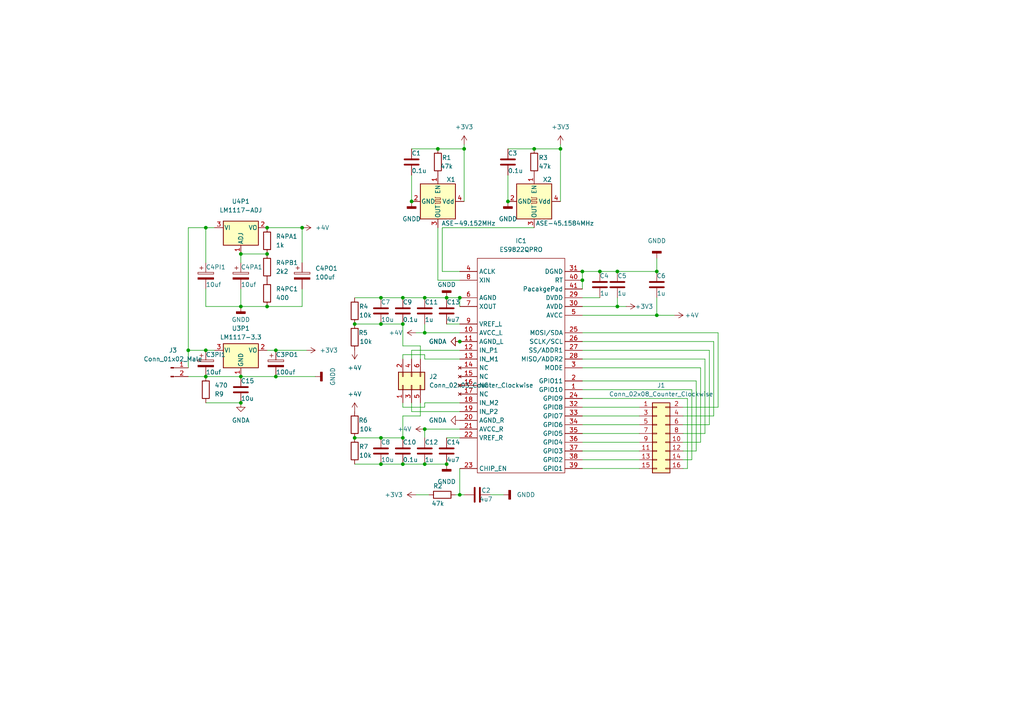
<source format=kicad_sch>
(kicad_sch (version 20211123) (generator eeschema)
  (paper "A4")
  (title_block (title "ES9822QPRO测试用板5") (date "2022-02-26") (comment 1 "引用自芯片datasheet") (comment 2 "全数字引脚引出") (comment 3 "左右输入带REF电压") (comment 4 "需要自定MODE"))
  (lib_symbols
    (symbol "Connector:Conn_01x02_Male" (pin_names (offset 1.016) hide)
      (property "Reference" "J" (at 0 2.54 0))
      (property "Value" "Conn_01x02_Male" (at 0 -5.08 0))
      (symbol "Conn_01x02_Male_1_1"
        (polyline (pts (xy 1.27 -2.54) (xy 0.8636 -2.54)) (stroke (width 0.1524)))
        (polyline (pts (xy 1.27 0) (xy 0.8636 0)) (stroke (width 0.1524)))
        (rectangle (start 0.8636 -2.413) (end 0 -2.667) (stroke (width 0.1524)) (fill (type outline)))
        (rectangle (start 0.8636 0.127) (end 0 -0.127) (stroke (width 0.1524)) (fill (type outline)))
        (pin passive line (at 5.08 0 180) (length 3.81) (name "Pin_1") (number "1"))
        (pin passive line (at 5.08 -2.54 180) (length 3.81) (name "Pin_2") (number "2"))
      )
    )
    (symbol "Connector_Generic:Conn_02x03_Odd_Even" (pin_names (offset 1.016) hide)
      (property "Reference" "J" (at 1.27 5.08 0))
      (property "Value" "Conn_02x03_Odd_Even" (at 1.27 -5.08 0))
      (symbol "Conn_02x03_Odd_Even_1_1"
        (rectangle (start -1.27 -2.413) (end 0 -2.667) (stroke (width 0.1524)))
        (rectangle (start -1.27 0.127) (end 0 -0.127) (stroke (width 0.1524)))
        (rectangle (start -1.27 2.667) (end 0 2.413) (stroke (width 0.1524)))
        (rectangle (start -1.27 3.81) (end 3.81 -3.81) (stroke (width 0.254)) (fill (type background)))
        (rectangle (start 3.81 -2.413) (end 2.54 -2.667) (stroke (width 0.1524)))
        (rectangle (start 3.81 0.127) (end 2.54 -0.127) (stroke (width 0.1524)))
        (rectangle (start 3.81 2.667) (end 2.54 2.413) (stroke (width 0.1524)))
        (pin passive line (at -5.08 2.54 0) (length 3.81) (name "Pin_1") (number "1"))
        (pin passive line (at 7.62 2.54 180) (length 3.81) (name "Pin_2") (number "2"))
        (pin passive line (at -5.08 0 0) (length 3.81) (name "Pin_3") (number "3"))
        (pin passive line (at 7.62 0 180) (length 3.81) (name "Pin_4") (number "4"))
        (pin passive line (at -5.08 -2.54 0) (length 3.81) (name "Pin_5") (number "5"))
        (pin passive line (at 7.62 -2.54 180) (length 3.81) (name "Pin_6") (number "6"))
      )
    )
    (symbol "Connector_Generic:Conn_02x08_Odd_Even" (pin_names (offset 1.016) hide)
      (property "Reference" "J" (at 1.27 10.16 0))
      (property "Value" "Conn_02x08_Odd_Even" (at 1.27 -12.7 0))
      (symbol "Conn_02x08_Odd_Even_1_1"
        (rectangle (start -1.27 -10.033) (end 0 -10.287) (stroke (width 0.1524)))
        (rectangle (start -1.27 -7.493) (end 0 -7.747) (stroke (width 0.1524)))
        (rectangle (start -1.27 -4.953) (end 0 -5.207) (stroke (width 0.1524)))
        (rectangle (start -1.27 -2.413) (end 0 -2.667) (stroke (width 0.1524)))
        (rectangle (start -1.27 0.127) (end 0 -0.127) (stroke (width 0.1524)))
        (rectangle (start -1.27 2.667) (end 0 2.413) (stroke (width 0.1524)))
        (rectangle (start -1.27 5.207) (end 0 4.953) (stroke (width 0.1524)))
        (rectangle (start -1.27 7.747) (end 0 7.493) (stroke (width 0.1524)))
        (rectangle (start -1.27 8.89) (end 3.81 -11.43) (stroke (width 0.254)) (fill (type background)))
        (rectangle (start 3.81 -10.033) (end 2.54 -10.287) (stroke (width 0.1524)))
        (rectangle (start 3.81 -7.493) (end 2.54 -7.747) (stroke (width 0.1524)))
        (rectangle (start 3.81 -4.953) (end 2.54 -5.207) (stroke (width 0.1524)))
        (rectangle (start 3.81 -2.413) (end 2.54 -2.667) (stroke (width 0.1524)))
        (rectangle (start 3.81 0.127) (end 2.54 -0.127) (stroke (width 0.1524)))
        (rectangle (start 3.81 2.667) (end 2.54 2.413) (stroke (width 0.1524)))
        (rectangle (start 3.81 5.207) (end 2.54 4.953) (stroke (width 0.1524)))
        (rectangle (start 3.81 7.747) (end 2.54 7.493) (stroke (width 0.1524)))
        (pin passive line (at -5.08 7.62 0) (length 3.81) (name "Pin_1") (number "1"))
        (pin passive line (at 7.62 -2.54 180) (length 3.81) (name "Pin_10") (number "10"))
        (pin passive line (at -5.08 -5.08 0) (length 3.81) (name "Pin_11") (number "11"))
        (pin passive line (at 7.62 -5.08 180) (length 3.81) (name "Pin_12") (number "12"))
        (pin passive line (at -5.08 -7.62 0) (length 3.81) (name "Pin_13") (number "13"))
        (pin passive line (at 7.62 -7.62 180) (length 3.81) (name "Pin_14") (number "14"))
        (pin passive line (at -5.08 -10.16 0) (length 3.81) (name "Pin_15") (number "15"))
        (pin passive line (at 7.62 -10.16 180) (length 3.81) (name "Pin_16") (number "16"))
        (pin passive line (at 7.62 7.62 180) (length 3.81) (name "Pin_2") (number "2"))
        (pin passive line (at -5.08 5.08 0) (length 3.81) (name "Pin_3") (number "3"))
        (pin passive line (at 7.62 5.08 180) (length 3.81) (name "Pin_4") (number "4"))
        (pin passive line (at -5.08 2.54 0) (length 3.81) (name "Pin_5") (number "5"))
        (pin passive line (at 7.62 2.54 180) (length 3.81) (name "Pin_6") (number "6"))
        (pin passive line (at -5.08 0 0) (length 3.81) (name "Pin_7") (number "7"))
        (pin passive line (at 7.62 0 180) (length 3.81) (name "Pin_8") (number "8"))
        (pin passive line (at -5.08 -2.54 0) (length 3.81) (name "Pin_9") (number "9"))
      )
    )
    (symbol "Device:C" (pin_numbers hide) (pin_names (offset 0.254))
      (property "Reference" "C" (at 0.635 2.54 0))
      (property "Value" "C" (at 0.635 -2.54 0))
      (symbol "C_0_1"
        (polyline (pts (xy -2.032 -0.762) (xy 2.032 -0.762)) (stroke (width 0.508)))
        (polyline (pts (xy -2.032 0.762) (xy 2.032 0.762)) (stroke (width 0.508)))
      )
      (symbol "C_1_1"
        (pin passive line (at 0 3.81 270) (length 2.794) (name "~") (number "1"))
        (pin passive line (at 0 -3.81 90) (length 2.794) (name "~") (number "2"))
      )
    )
    (symbol "Device:C_Polarized" (pin_numbers hide) (pin_names (offset 0.254))
      (property "Reference" "C" (at 0.635 2.54 0))
      (property "Value" "C_Polarized" (at 0.635 -2.54 0))
      (symbol "C_Polarized_0_1"
        (rectangle (start -2.286 0.508) (end 2.286 1.016))
        (polyline (pts (xy -1.778 2.286) (xy -0.762 2.286)))
        (polyline (pts (xy -1.27 2.794) (xy -1.27 1.778)))
        (rectangle (start 2.286 -0.508) (end -2.286 -1.016) (fill (type outline)))
      )
      (symbol "C_Polarized_1_1"
        (pin passive line (at 0 3.81 270) (length 2.794) (name "~") (number "1"))
        (pin passive line (at 0 -3.81 90) (length 2.794) (name "~") (number "2"))
      )
    )
    (symbol "Device:R" (pin_numbers hide) (pin_names (offset 0))
      (property "Reference" "R" (at 2.032 0 90))
      (property "Value" "R" (at 0 0 90))
      (symbol "R_0_1"
        (rectangle (start -1.016 -2.54) (end 1.016 2.54) (stroke (width 0.254)))
      )
      (symbol "R_1_1"
        (pin passive line (at 0 3.81 270) (length 1.27) (name "~") (number "1"))
        (pin passive line (at 0 -3.81 90) (length 1.27) (name "~") (number "2"))
      )
    )
    (symbol "ESS_tech:ES9822QPRO"
      (property "Reference" "IC" (at -11.43 33.02 0))
      (property "Value" "ES9822QPRO" (at 6.35 33.02 0))
      (symbol "ES9822QPRO_0_0"
        (pin input line (at -17.78 -10.16 0) (length 5.08) (name "IN_M2") (number "18"))
        (pin input line (at -17.78 -12.7 0) (length 5.08) (name "IN_P2") (number "19"))
        (pin power_out line (at -17.78 -15.24 0) (length 5.08) (name "AGND_R") (number "20"))
        (pin power_out line (at -17.78 -17.78 0) (length 5.08) (name "AVCC_R") (number "21"))
        (pin power_out line (at -17.78 -20.32 0) (length 5.08) (name "VREF_R") (number "22"))
        (pin input line (at -17.78 -29.21 0) (length 5.08) (name "CHIP_EN") (number "23"))
        (pin unspecified line (at 17.78 -8.89 180) (length 5.08) (name "GPIO9") (number "24"))
        (pin unspecified line (at 17.78 10.16 180) (length 5.08) (name "MOSI/SDA") (number "25"))
        (pin unspecified line (at 17.78 7.62 180) (length 5.08) (name "SCLK/SCL") (number "26"))
        (pin unspecified line (at 17.78 5.08 180) (length 5.08) (name "SS/ADDR1") (number "27"))
        (pin unspecified line (at 17.78 2.54 180) (length 5.08) (name "MISO/ADDR2") (number "28"))
        (pin power_in line (at 17.78 20.32 180) (length 5.08) (name "DVDD") (number "29"))
        (pin power_in line (at 17.78 17.78 180) (length 5.08) (name "AVDD") (number "30"))
        (pin power_out line (at 17.78 27.94 180) (length 5.08) (name "DGND") (number "31"))
        (pin unspecified line (at 17.78 -11.43 180) (length 5.08) (name "GPIO8") (number "32"))
        (pin unspecified line (at 17.78 -13.97 180) (length 5.08) (name "GPIO7") (number "33"))
        (pin unspecified line (at 17.78 -16.51 180) (length 5.08) (name "GPIO6") (number "34"))
        (pin unspecified line (at 17.78 -19.05 180) (length 5.08) (name "GPIO5") (number "35"))
        (pin unspecified line (at 17.78 -21.59 180) (length 5.08) (name "GPIO4") (number "36"))
        (pin unspecified line (at 17.78 -24.13 180) (length 5.08) (name "GPIO3") (number "37"))
        (pin unspecified line (at 17.78 -26.67 180) (length 5.08) (name "GPIO2") (number "38"))
        (pin unspecified line (at 17.78 -29.21 180) (length 5.08) (name "GPIO1") (number "39"))
        (pin power_out line (at 17.78 25.4 180) (length 5.08) (name "RT") (number "40"))
        (pin power_out line (at 17.78 22.86 180) (length 5.08) (name "PacakgePad") (number "41"))
      )
      (symbol "ES9822QPRO_0_1"
        (rectangle (start -12.7 31.75) (end 12.7 -30.48))
      )
      (symbol "ES9822QPRO_1_1"
        (pin unspecified line (at 17.78 -6.35 180) (length 5.08) (name "GPIO10") (number "1"))
        (pin power_in line (at -17.78 10.16 0) (length 5.08) (name "AVCC_L") (number "10"))
        (pin power_out line (at -17.78 7.62 0) (length 5.08) (name "AGND_L") (number "11"))
        (pin input line (at -17.78 5.08 0) (length 5.08) (name "IN_P1") (number "12"))
        (pin input line (at -17.78 2.54 0) (length 5.08) (name "IN_M1") (number "13"))
        (pin no_connect line (at -17.78 0 0) (length 5.08) (name "NC") (number "14"))
        (pin no_connect line (at -17.78 -2.54 0) (length 5.08) (name "NC") (number "15"))
        (pin no_connect line (at -17.78 -5.08 0) (length 5.08) (name "NC") (number "16"))
        (pin no_connect line (at -17.78 -7.62 0) (length 5.08) (name "NC") (number "17"))
        (pin unspecified line (at 17.78 -3.81 180) (length 5.08) (name "GPIO11") (number "2"))
        (pin input line (at 17.78 0 180) (length 5.08) (name "MODE") (number "3"))
        (pin input line (at -17.78 27.94 0) (length 5.08) (name "ACLK") (number "4"))
        (pin power_in line (at 17.78 15.24 180) (length 5.08) (name "AVCC") (number "5"))
        (pin power_out line (at -17.78 20.32 0) (length 5.08) (name "AGND") (number "6"))
        (pin output line (at -17.78 17.78 0) (length 5.08) (name "XOUT") (number "7"))
        (pin input line (at -17.78 25.4 0) (length 5.08) (name "XIN") (number "8"))
        (pin power_in line (at -17.78 12.7 0) (length 5.08) (name "VREF_L") (number "9"))
      )
    )
    (symbol "Oscillator:ASE-xxxMHz" (pin_names (offset 0.254))
      (property "Reference" "X" (at -5.08 6.35 0))
      (property "Value" "ASE-xxxMHz" (at 1.27 -6.35 0))
      (symbol "ASE-xxxMHz_0_1"
        (rectangle (start -5.08 5.08) (end 5.08 -5.08) (stroke (width 0.254)) (fill (type background)))
        (polyline (pts (xy -1.27 -0.762) (xy -1.016 -0.762) (xy -1.016 0.762) (xy -0.508 0.762) (xy -0.508 -0.762) (xy 0 -0.762) (xy 0 0.762) (xy 0.508 0.762) (xy 0.508 -0.762) (xy 0.762 -0.762)))
      )
      (symbol "ASE-xxxMHz_1_1"
        (pin input line (at -7.62 0 0) (length 2.54) (name "EN") (number "1"))
        (pin power_in line (at 0 -7.62 90) (length 2.54) (name "GND") (number "2"))
        (pin output line (at 7.62 0 180) (length 2.54) (name "OUT") (number "3"))
        (pin power_in line (at 0 7.62 270) (length 2.54) (name "Vdd") (number "4"))
      )
    )
    (symbol "Regulator_Linear:LM1117-3.3" (pin_names (offset 0.254))
      (property "Reference" "U" (at -3.81 3.175 0))
      (property "Value" "LM1117-3.3" (at 0 3.175 0))
      (symbol "LM1117-3.3_0_1"
        (rectangle (start -5.08 -5.08) (end 5.08 1.905) (stroke (width 0.254)) (fill (type background)))
      )
      (symbol "LM1117-3.3_1_1"
        (pin power_in line (at 0 -7.62 90) (length 2.54) (name "GND") (number "1"))
        (pin power_out line (at 7.62 0 180) (length 2.54) (name "VO") (number "2"))
        (pin power_in line (at -7.62 0 0) (length 2.54) (name "VI") (number "3"))
      )
    )
    (symbol "Regulator_Linear:LM1117-ADJ" (pin_names (offset 0.254))
      (property "Reference" "U" (at -3.81 3.175 0))
      (property "Value" "LM1117-ADJ" (at 0 3.175 0))
      (symbol "LM1117-ADJ_0_1"
        (rectangle (start -5.08 -5.08) (end 5.08 1.905) (stroke (width 0.254)) (fill (type background)))
      )
      (symbol "LM1117-ADJ_1_1"
        (pin input line (at 0 -7.62 90) (length 2.54) (name "ADJ") (number "1"))
        (pin power_out line (at 7.62 0 180) (length 2.54) (name "VO") (number "2"))
        (pin power_in line (at -7.62 0 0) (length 2.54) (name "VI") (number "3"))
      )
    )
    (symbol "power:+3V3" (power) (pin_names (offset 0))
      (property "Value" "+3V3" (at 0 3.556 0))
      (symbol "+3V3_0_1"
        (polyline (pts (xy -0.762 1.27) (xy 0 2.54)))
        (polyline (pts (xy 0 0) (xy 0 2.54)))
        (polyline (pts (xy 0 2.54) (xy 0.762 1.27)))
      )
      (symbol "+3V3_1_1"
        (pin power_in line (at 0 0 90) (length 0) hide (name "+3V3") (number "1"))
      )
    )
    (symbol "power:+4V" (power) (pin_names (offset 0))
      (property "Value" "+4V" (at 0 3.556 0))
      (symbol "+4V_0_1"
        (polyline (pts (xy -0.762 1.27) (xy 0 2.54)))
        (polyline (pts (xy 0 0) (xy 0 2.54)))
        (polyline (pts (xy 0 2.54) (xy 0.762 1.27)))
      )
      (symbol "+4V_1_1"
        (pin power_in line (at 0 0 90) (length 0) hide (name "+4V") (number "1"))
      )
    )
    (symbol "power:GNDA" (power) (pin_names (offset 0))
      (property "Value" "GNDA" (at 0 -3.81 0))
      (symbol "GNDA_0_1"
        (polyline (pts (xy 0 0) (xy 0 -1.27) (xy 1.27 -1.27) (xy 0 -2.54) (xy -1.27 -1.27) (xy 0 -1.27)))
      )
      (symbol "GNDA_1_1"
        (pin power_in line (at 0 0 270) (length 0) hide (name "GNDA") (number "1"))
      )
    )
    (symbol "power:GNDD" (power) (pin_names (offset 0))
      (property "Value" "GNDD" (at 0 -3.175 0))
      (symbol "GNDD_0_1"
        (rectangle (start -1.27 -1.524) (end 1.27 -2.032) (stroke (width 0.254)) (fill (type outline)))
        (polyline (pts (xy 0 0) (xy 0 -1.524)))
      )
      (symbol "GNDD_1_1"
        (pin power_in line (at 0 0 270) (length 0) hide (name "GNDD") (number "1"))
      )
    )
  )
  (junction (at 179.07 88.9))
  (junction (at 190.5 91.44))
  (junction (at 116.84 86.36))
  (junction (at 59.69 66.04))
  (junction (at 133.35 99.06))
  (junction (at 133.35 86.36))
  (junction (at 110.49 134.62))
  (junction (at 127 43.18))
  (junction (at 147.32 58.42))
  (junction (at 116.84 134.62))
  (junction (at 110.49 127))
  (junction (at 77.47 73.66))
  (junction (at 190.5 78.74))
  (junction (at 123.19 134.62))
  (junction (at 69.85 88.9))
  (junction (at 162.56 43.18))
  (junction (at 116.84 127))
  (junction (at 87.63 66.04))
  (junction (at 123.19 96.52))
  (junction (at 179.07 78.74))
  (junction (at 102.87 127))
  (junction (at 69.85 73.66))
  (junction (at 110.49 86.36))
  (junction (at 129.54 134.62))
  (junction (at 77.47 88.9))
  (junction (at 168.91 81.28))
  (junction (at 119.38 58.42))
  (junction (at 77.47 66.04))
  (junction (at 80.01 109.22))
  (junction (at 59.69 101.6))
  (junction (at 168.91 78.74))
  (junction (at 154.94 43.18))
  (junction (at 134.62 43.18))
  (junction (at 69.85 116.84))
  (junction (at 102.87 93.98))
  (junction (at 69.85 109.22))
  (junction (at 123.19 124.46))
  (junction (at 54.61 101.6))
  (junction (at 59.69 109.22))
  (junction (at 116.84 93.98))
  (junction (at 80.01 101.6))
  (junction (at 133.35 143.51))
  (junction (at 129.54 86.36))
  (junction (at 110.49 93.98))
  (junction (at 123.19 86.36))
  (junction (at 173.99 78.74))
  (wire (pts (xy 162.56 41.91) (xy 162.56 43.18)))
  (wire (pts (xy 198.12 128.27) (xy 203.2 128.27)))
  (wire (pts (xy 77.47 66.04) (xy 87.63 66.04)))
  (wire (pts (xy 116.84 120.65) (xy 121.92 120.65)))
  (wire (pts (xy 168.91 106.68) (xy 203.2 106.68)))
  (wire (pts (xy 133.35 135.89) (xy 133.35 143.51)))
  (wire (pts (xy 147.32 43.18) (xy 154.94 43.18)))
  (wire (pts (xy 134.62 43.18) (xy 134.62 58.42)))
  (wire (pts (xy 116.84 127) (xy 116.84 120.65)))
  (wire (pts (xy 185.42 130.81) (xy 168.91 130.81)))
  (wire (pts (xy 123.19 124.46) (xy 123.19 127)))
  (wire (pts (xy 200.66 113.03) (xy 200.66 133.35)))
  (wire (pts (xy 185.42 118.11) (xy 168.91 118.11)))
  (wire (pts (xy 201.93 110.49) (xy 201.93 130.81)))
  (wire (pts (xy 54.61 101.6) (xy 54.61 106.68)))
  (wire (pts (xy 179.07 86.36) (xy 179.07 88.9)))
  (wire (pts (xy 116.84 86.36) (xy 123.19 86.36)))
  (wire (pts (xy 59.69 101.6) (xy 54.61 101.6)))
  (wire (pts (xy 185.42 128.27) (xy 168.91 128.27)))
  (wire (pts (xy 110.49 86.36) (xy 116.84 86.36)))
  (wire (pts (xy 119.38 119.38) (xy 119.38 116.84)))
  (wire (pts (xy 128.27 66.04) (xy 128.27 78.74)))
  (wire (pts (xy 110.49 134.62) (xy 116.84 134.62)))
  (wire (pts (xy 127 43.18) (xy 134.62 43.18)))
  (wire (pts (xy 87.63 66.04) (xy 87.63 76.2)))
  (wire (pts (xy 168.91 78.74) (xy 173.99 78.74)))
  (wire (pts (xy 168.91 78.74) (xy 168.91 81.28)))
  (wire (pts (xy 102.87 93.98) (xy 110.49 93.98)))
  (wire (pts (xy 134.62 41.91) (xy 134.62 43.18)))
  (wire (pts (xy 132.08 143.51) (xy 133.35 143.51)))
  (wire (pts (xy 102.87 86.36) (xy 110.49 86.36)))
  (wire (pts (xy 127 66.04) (xy 127 81.28)))
  (wire (pts (xy 162.56 43.18) (xy 162.56 58.42)))
  (wire (pts (xy 116.84 134.62) (xy 123.19 134.62)))
  (wire (pts (xy 54.61 66.04) (xy 59.69 66.04)))
  (wire (pts (xy 207.01 120.65) (xy 198.12 120.65)))
  (wire (pts (xy 185.42 135.89) (xy 168.91 135.89)))
  (wire (pts (xy 129.54 86.36) (xy 133.35 86.36)))
  (wire (pts (xy 121.92 100.33) (xy 121.92 104.14)))
  (wire (pts (xy 207.01 99.06) (xy 207.01 120.65)))
  (wire (pts (xy 168.91 96.52) (xy 208.28 96.52)))
  (wire (pts (xy 168.91 91.44) (xy 190.5 91.44)))
  (wire (pts (xy 173.99 78.74) (xy 179.07 78.74)))
  (wire (pts (xy 123.19 134.62) (xy 129.54 134.62)))
  (wire (pts (xy 129.54 93.98) (xy 133.35 93.98)))
  (wire (pts (xy 123.19 93.98) (xy 123.19 96.52)))
  (wire (pts (xy 59.69 116.84) (xy 69.85 116.84)))
  (wire (pts (xy 123.19 116.84) (xy 123.19 118.11)))
  (wire (pts (xy 123.19 96.52) (xy 133.35 96.52)))
  (wire (pts (xy 154.94 43.18) (xy 162.56 43.18)))
  (wire (pts (xy 116.84 102.87) (xy 116.84 104.14)))
  (wire (pts (xy 133.35 86.36) (xy 133.35 88.9)))
  (wire (pts (xy 59.69 66.04) (xy 62.23 66.04)))
  (wire (pts (xy 205.74 101.6) (xy 205.74 123.19)))
  (wire (pts (xy 119.38 43.18) (xy 127 43.18)))
  (wire (pts (xy 69.85 73.66) (xy 77.47 73.66)))
  (wire (pts (xy 123.19 104.14) (xy 123.19 102.87)))
  (wire (pts (xy 133.35 104.14) (xy 123.19 104.14)))
  (wire (pts (xy 54.61 101.6) (xy 54.61 66.04)))
  (wire (pts (xy 119.38 101.6) (xy 119.38 104.14)))
  (wire (pts (xy 123.19 118.11) (xy 116.84 118.11)))
  (wire (pts (xy 116.84 116.84) (xy 116.84 118.11)))
  (wire (pts (xy 116.84 93.98) (xy 116.84 100.33)))
  (wire (pts (xy 128.27 78.74) (xy 133.35 78.74)))
  (wire (pts (xy 102.87 127) (xy 110.49 127)))
  (wire (pts (xy 168.91 115.57) (xy 199.39 115.57)))
  (wire (pts (xy 110.49 127) (xy 116.84 127)))
  (wire (pts (xy 168.91 113.03) (xy 200.66 113.03)))
  (wire (pts (xy 185.42 123.19) (xy 168.91 123.19)))
  (wire (pts (xy 208.28 118.11) (xy 198.12 118.11)))
  (wire (pts (xy 168.91 88.9) (xy 179.07 88.9)))
  (wire (pts (xy 69.85 76.2) (xy 69.85 73.66)))
  (wire (pts (xy 69.85 83.82) (xy 69.85 88.9)))
  (wire (pts (xy 110.49 93.98) (xy 116.84 93.98)))
  (wire (pts (xy 204.47 125.73) (xy 198.12 125.73)))
  (wire (pts (xy 120.65 96.52) (xy 123.19 96.52)))
  (wire (pts (xy 190.5 74.93) (xy 190.5 78.74)))
  (wire (pts (xy 133.35 119.38) (xy 119.38 119.38)))
  (wire (pts (xy 133.35 101.6) (xy 119.38 101.6)))
  (wire (pts (xy 69.85 109.22) (xy 80.01 109.22)))
  (wire (pts (xy 201.93 130.81) (xy 198.12 130.81)))
  (wire (pts (xy 80.01 101.6) (xy 88.9 101.6)))
  (wire (pts (xy 80.01 109.22) (xy 91.44 109.22)))
  (wire (pts (xy 54.61 109.22) (xy 59.69 109.22)))
  (wire (pts (xy 133.35 143.51) (xy 134.62 143.51)))
  (wire (pts (xy 77.47 88.9) (xy 87.63 88.9)))
  (wire (pts (xy 123.19 124.46) (xy 133.35 124.46)))
  (wire (pts (xy 120.65 143.51) (xy 124.46 143.51)))
  (wire (pts (xy 123.19 86.36) (xy 129.54 86.36)))
  (wire (pts (xy 59.69 88.9) (xy 69.85 88.9)))
  (wire (pts (xy 168.91 110.49) (xy 201.93 110.49)))
  (wire (pts (xy 59.69 109.22) (xy 69.85 109.22)))
  (wire (pts (xy 62.23 101.6) (xy 59.69 101.6)))
  (wire (pts (xy 87.63 88.9) (xy 87.63 83.82)))
  (wire (pts (xy 199.39 115.57) (xy 199.39 135.89)))
  (wire (pts (xy 59.69 83.82) (xy 59.69 88.9)))
  (wire (pts (xy 185.42 133.35) (xy 168.91 133.35)))
  (wire (pts (xy 102.87 134.62) (xy 110.49 134.62)))
  (wire (pts (xy 133.35 116.84) (xy 123.19 116.84)))
  (wire (pts (xy 199.39 135.89) (xy 198.12 135.89)))
  (wire (pts (xy 179.07 78.74) (xy 190.5 78.74)))
  (wire (pts (xy 173.99 86.36) (xy 168.91 86.36)))
  (wire (pts (xy 181.61 88.9) (xy 179.07 88.9)))
  (wire (pts (xy 129.54 127) (xy 133.35 127)))
  (wire (pts (xy 208.28 96.52) (xy 208.28 118.11)))
  (wire (pts (xy 168.91 99.06) (xy 207.01 99.06)))
  (wire (pts (xy 195.58 91.44) (xy 190.5 91.44)))
  (wire (pts (xy 203.2 106.68) (xy 203.2 128.27)))
  (wire (pts (xy 121.92 120.65) (xy 121.92 116.84)))
  (wire (pts (xy 116.84 100.33) (xy 121.92 100.33)))
  (wire (pts (xy 204.47 104.14) (xy 204.47 125.73)))
  (wire (pts (xy 147.32 50.8) (xy 147.32 58.42)))
  (wire (pts (xy 127 81.28) (xy 133.35 81.28)))
  (wire (pts (xy 185.42 120.65) (xy 168.91 120.65)))
  (wire (pts (xy 185.42 125.73) (xy 168.91 125.73)))
  (wire (pts (xy 205.74 123.19) (xy 198.12 123.19)))
  (wire (pts (xy 80.01 101.6) (xy 77.47 101.6)))
  (wire (pts (xy 119.38 50.8) (xy 119.38 58.42)))
  (wire (pts (xy 168.91 81.28) (xy 168.91 83.82)))
  (wire (pts (xy 190.5 86.36) (xy 190.5 91.44)))
  (wire (pts (xy 146.05 143.51) (xy 142.24 143.51)))
  (wire (pts (xy 168.91 101.6) (xy 205.74 101.6)))
  (wire (pts (xy 154.94 66.04) (xy 128.27 66.04)))
  (wire (pts (xy 123.19 102.87) (xy 116.84 102.87)))
  (wire (pts (xy 168.91 104.14) (xy 204.47 104.14)))
  (wire (pts (xy 59.69 66.04) (xy 59.69 76.2)))
  (wire (pts (xy 200.66 133.35) (xy 198.12 133.35)))
  (wire (pts (xy 69.85 88.9) (xy 77.47 88.9)))
  (symbol (lib_id "Device:R") (at 102.87 123.19 0) (mirror x) (unit 1)
    (property "Reference" "R6" (at 106.68 121.92 0) (effects (justify right)))
    (property "Value" "10k" (at 107.95 124.46 0) (effects (justify right)))
    (property "Footprint" "Resistor_SMD:R_0603_1608Metric_Pad0.98x0.95mm_HandSolder" (effects hide))
  )
  (symbol (lib_id "power:+4V") (at 102.87 101.6 0) (mirror x) (unit 1)
    (property "Reference" "#PWR0117" (effects hide))
    (property "Value" "+4V" (at 102.87 106.68 0))
  )
  (symbol (lib_id "Device:R") (at 77.47 69.85 0) (unit 1)
    (property "Reference" "R4PA1" (at 80.01 68.5799 0) (effects (justify left)))
    (property "Value" "1k" (at 80.01 71.1199 0) (effects (justify left)))
    (property "Footprint" "Resistor_SMD:R_0603_1608Metric_Pad0.98x0.95mm_HandSolder" (effects hide))
  )
  (symbol (lib_id "power:GNDD") (at 129.54 86.36 0) (mirror x) (unit 1)
    (property "Reference" "#PWR0114" (effects hide))
    (property "Value" "GNDD" (at 129.54 82.55 0))
  )
  (symbol (lib_id "ESS_tech:ES9822QPRO") (at 151.13 106.68 0) (unit 1)
    (property "Reference" "IC1" (at 151.13 69.85 0))
    (property "Value" "ES9822QPRO" (at 151.13 72.39 0))
    (property "Footprint" "Package_DFN_QFN:QFN-40-1EP_5x5mm_P0.4mm_EP3.8x3.8mm" (effects hide))
  )
  (symbol (lib_id "power:+4V") (at 120.65 96.52 90) (mirror x) (unit 1)
    (property "Reference" "#PWR0118" (effects hide))
    (property "Value" "+4V" (at 116.84 96.5201 90) (effects (justify left)))
  )
  (symbol (lib_id "power:+3V3") (at 88.9 101.6 270) (unit 1)
    (property "Reference" "#PWR0123" (effects hide))
    (property "Value" "+3V3" (at 92.71 101.5999 90) (effects (justify left)))
  )
  (symbol (lib_id "Device:R") (at 77.47 85.09 0) (unit 1)
    (property "Reference" "R4PC1" (at 80.01 83.8199 0) (effects (justify left)))
    (property "Value" "400" (at 80.01 86.3599 0) (effects (justify left)))
    (property "Footprint" "Resistor_SMD:R_0603_1608Metric_Pad0.98x0.95mm_HandSolder" (effects hide))
  )
  (symbol (lib_id "power:+3V3") (at 181.61 88.9 270) (unit 1)
    (property "Reference" "#PWR0106" (effects hide))
    (property "Value" "+3V3" (at 184.15 88.9 90) (effects (justify left)))
  )
  (symbol (lib_id "power:GNDD") (at 146.05 143.51 90) (unit 1)
    (property "Reference" "#PWR0109" (effects hide))
    (property "Value" "GNDD" (at 149.86 143.5099 90) (effects (justify right)))
  )
  (symbol (lib_id "power:+4V") (at 123.19 124.46 90) (unit 1)
    (property "Reference" "#PWR0112" (effects hide))
    (property "Value" "+4V" (at 119.38 124.4599 90) (effects (justify left)))
  )
  (symbol (lib_id "Device:C") (at 173.99 82.55 180) (unit 1)
    (property "Reference" "C4" (at 175.26 80.01 0))
    (property "Value" "1u" (at 175.26 85.09 0))
    (property "Footprint" "Capacitor_SMD:C_0603_1608Metric_Pad1.08x0.95mm_HandSolder" (effects hide))
  )
  (symbol (lib_id "power:GNDA") (at 133.35 99.06 270) (unit 1)
    (property "Reference" "#PWR0115" (effects hide))
    (property "Value" "GNDA" (at 129.54 99.0599 90) (effects (justify right)))
  )
  (symbol (lib_id "Device:C") (at 116.84 130.81 0) (mirror x) (unit 1)
    (property "Reference" "C10" (at 116.84 128.27 0) (effects (justify left)))
    (property "Value" "0.1u" (at 116.84 133.35 0) (effects (justify left)))
    (property "Footprint" "Capacitor_SMD:C_0603_1608Metric_Pad1.08x0.95mm_HandSolder" (effects hide))
  )
  (symbol (lib_id "Device:R") (at 102.87 90.17 180) (unit 1)
    (property "Reference" "R4" (at 104.14 88.9 0) (effects (justify right)))
    (property "Value" "10k" (at 104.14 91.44 0) (effects (justify right)))
    (property "Footprint" "Resistor_SMD:R_0603_1608Metric_Pad0.98x0.95mm_HandSolder" (effects hide))
  )
  (symbol (lib_id "Device:C") (at 147.32 46.99 180) (unit 1)
    (property "Reference" "C3" (at 147.32 44.45 0) (effects (justify right)))
    (property "Value" "0.1u" (at 147.32 49.53 0) (effects (justify right)))
    (property "Footprint" "Capacitor_SMD:C_0603_1608Metric_Pad1.08x0.95mm_HandSolder" (effects hide))
  )
  (symbol (lib_id "Oscillator:ASE-xxxMHz") (at 127 58.42 270) (unit 1)
    (property "Reference" "X1" (at 130.81 52.07 90))
    (property "Value" "ASE-49.152MHz" (at 135.89 64.77 90))
    (property "Footprint" "Oscillator:Oscillator_SMD_Abracon_ASE-4Pin_3.2x2.5mm" (effects hide))
    (property "Datasheet" "http://www.abracon.com/Oscillators/ASV.pdf" (effects hide))
  )
  (symbol (lib_id "Device:C_Polarized") (at 59.69 105.41 0) (unit 1)
    (property "Reference" "C3PI1" (at 59.69 102.87 0) (effects (justify left)))
    (property "Value" "10uf" (at 59.69 107.95 0) (effects (justify left)))
    (property "Footprint" "Capacitor_Tantalum_SMD:CP_EIA-3528-21_Kemet-B_Pad1.50x2.35mm_HandSolder" (effects hide))
  )
  (symbol (lib_id "Device:C") (at 123.19 130.81 0) (unit 1)
    (property "Reference" "C12" (at 123.19 128.27 0) (effects (justify left)))
    (property "Value" "1u" (at 123.19 133.35 0) (effects (justify left)))
    (property "Footprint" "Capacitor_SMD:C_0603_1608Metric_Pad1.08x0.95mm_HandSolder" (effects hide))
  )
  (symbol (lib_id "power:+3V3") (at 120.65 143.51 90) (unit 1)
    (property "Reference" "#PWR0110" (effects hide))
    (property "Value" "+3V3" (at 116.84 143.5099 90) (effects (justify left)))
  )
  (symbol (lib_id "Device:C") (at 179.07 82.55 180) (unit 1)
    (property "Reference" "C5" (at 179.07 80.01 0) (effects (justify right)))
    (property "Value" "1u" (at 179.07 85.09 0) (effects (justify right)))
    (property "Footprint" "Capacitor_SMD:C_0603_1608Metric_Pad1.08x0.95mm_HandSolder" (effects hide))
  )
  (symbol (lib_id "power:GNDD") (at 190.5 74.93 180) (unit 1)
    (property "Reference" "#PWR0107" (effects hide))
    (property "Value" "GNDD" (at 190.5 69.85 0))
  )
  (symbol (lib_id "Device:R") (at 102.87 97.79 0) (unit 1)
    (property "Reference" "R5" (at 106.68 96.52 0) (effects (justify right)))
    (property "Value" "10k" (at 107.95 99.06 0) (effects (justify right)))
    (property "Footprint" "Resistor_SMD:R_0603_1608Metric_Pad0.98x0.95mm_HandSolder" (effects hide))
  )
  (symbol (lib_id "Device:R") (at 128.27 143.51 90) (unit 1)
    (property "Reference" "R2" (at 127 140.97 90))
    (property "Value" "47k" (at 127 146.05 90))
    (property "Footprint" "Resistor_SMD:R_0603_1608Metric_Pad0.98x0.95mm_HandSolder" (effects hide))
  )
  (symbol (lib_id "Device:C_Polarized") (at 69.85 80.01 0) (unit 1)
    (property "Reference" "C4PA1" (at 69.85 77.47 0) (effects (justify left)))
    (property "Value" "10uf" (at 69.85 82.55 0) (effects (justify left)))
    (property "Footprint" "Capacitor_Tantalum_SMD:CP_EIA-3528-21_Kemet-B_Pad1.50x2.35mm_HandSolder" (effects hide))
  )
  (symbol (lib_id "Connector:Conn_01x02_Male") (at 49.53 106.68 0) (unit 1)
    (property "Reference" "J3" (at 50.165 101.6 0))
    (property "Value" "Conn_01x02_Male" (at 50.165 104.14 0))
    (property "Footprint" "Connector_PinHeader_2.54mm:PinHeader_1x02_P2.54mm_Vertical" (effects hide))
  )
  (symbol (lib_id "Device:R") (at 154.94 46.99 180) (unit 1)
    (property "Reference" "R3" (at 156.21 45.72 0) (effects (justify right)))
    (property "Value" "47k" (at 156.21 48.26 0) (effects (justify right)))
    (property "Footprint" "Resistor_SMD:R_0603_1608Metric_Pad0.98x0.95mm_HandSolder" (effects hide))
  )
  (symbol (lib_id "power:GNDA") (at 69.85 116.84 0) (mirror y) (unit 1)
    (property "Reference" "#PWR0119" (effects hide))
    (property "Value" "GNDA" (at 69.85 121.92 0))
  )
  (symbol (lib_id "power:GNDA") (at 133.35 99.06 270) (mirror x) (unit 1)
    (property "Reference" "#PWR0116" (effects hide))
    (property "Value" "GNDA" (at 129.54 99.0601 90) (effects (justify right)))
  )
  (symbol (lib_id "power:GNDD") (at 91.44 109.22 90) (mirror x) (unit 1)
    (property "Reference" "#PWR0121" (effects hide))
    (property "Value" "GNDD" (at 96.52 109.22 0))
  )
  (symbol (lib_id "Device:C_Polarized") (at 80.01 105.41 0) (unit 1)
    (property "Reference" "C3PO1" (at 80.01 102.87 0) (effects (justify left)))
    (property "Value" "100uf" (at 80.01 107.95 0) (effects (justify left)))
    (property "Footprint" "Capacitor_Tantalum_SMD:CP_EIA-3528-21_Kemet-B_Pad1.50x2.35mm_HandSolder" (effects hide))
  )
  (symbol (lib_id "Device:C") (at 119.38 46.99 180) (unit 1)
    (property "Reference" "C1" (at 119.38 44.45 0) (effects (justify right)))
    (property "Value" "0.1u" (at 119.38 49.53 0) (effects (justify right)))
    (property "Footprint" "Capacitor_SMD:C_0603_1608Metric_Pad1.08x0.95mm_HandSolder" (effects hide))
  )
  (symbol (lib_id "power:GNDD") (at 69.85 88.9 0) (unit 1)
    (property "Reference" "#PWR0120" (effects hide))
    (property "Value" "GNDD" (at 69.85 92.71 0))
  )
  (symbol (lib_id "power:+3V3") (at 162.56 41.91 0) (unit 1)
    (property "Reference" "#PWR0104" (effects hide))
    (property "Value" "+3V3" (at 162.56 36.83 0))
  )
  (symbol (lib_id "Device:R") (at 102.87 130.81 0) (mirror y) (unit 1)
    (property "Reference" "R7" (at 104.14 129.54 0) (effects (justify right)))
    (property "Value" "10k" (at 104.14 132.08 0) (effects (justify right)))
    (property "Footprint" "Resistor_SMD:R_0603_1608Metric_Pad0.98x0.95mm_HandSolder" (effects hide))
  )
  (symbol (lib_id "Device:C") (at 123.19 90.17 0) (unit 1)
    (property "Reference" "C11" (at 123.19 87.63 0) (effects (justify left)))
    (property "Value" "1u" (at 123.19 92.71 0) (effects (justify left)))
    (property "Footprint" "Capacitor_SMD:C_0603_1608Metric_Pad1.08x0.95mm_HandSolder" (effects hide))
  )
  (symbol (lib_id "power:+4V") (at 87.63 66.04 270) (unit 1)
    (property "Reference" "#PWR0122" (effects hide))
    (property "Value" "+4V" (at 91.44 66.0399 90) (effects (justify left)))
  )
  (symbol (lib_id "power:+3V3") (at 134.62 41.91 0) (unit 1)
    (property "Reference" "#PWR0103" (effects hide))
    (property "Value" "+3V3" (at 134.62 36.83 0))
  )
  (symbol (lib_id "Device:C") (at 138.43 143.51 90) (unit 1)
    (property "Reference" "C2" (at 140.97 142.24 90))
    (property "Value" "4u7" (at 140.97 144.78 90))
    (property "Footprint" "Capacitor_SMD:C_0603_1608Metric_Pad1.08x0.95mm_HandSolder" (effects hide))
  )
  (symbol (lib_id "Device:C_Polarized") (at 59.69 80.01 0) (unit 1)
    (property "Reference" "C4PI1" (at 59.69 77.47 0) (effects (justify left)))
    (property "Value" "10uf" (at 59.69 82.55 0) (effects (justify left)))
    (property "Footprint" "Capacitor_Tantalum_SMD:CP_EIA-3528-21_Kemet-B_Pad1.50x2.35mm_HandSolder" (effects hide))
  )
  (symbol (lib_id "Connector_Generic:Conn_02x03_Odd_Even") (at 119.38 111.76 90) (unit 1)
    (property "Reference" "J2" (at 124.46 109.2199 90) (effects (justify right)))
    (property "Value" "Conn_02x03_Counter_Clockwise" (at 124.46 111.7599 90) (effects (justify right)))
    (property "Footprint" "Connector_PinSocket_2.54mm:PinSocket_2x03_P2.54mm_Vertical" (effects hide))
  )
  (symbol (lib_id "Connector_Generic:Conn_02x08_Odd_Even") (at 190.5 125.73 0) (unit 1)
    (property "Reference" "J1" (at 191.77 111.76 0))
    (property "Value" "Conn_02x08_Counter_Clockwise" (at 191.77 114.3 0))
    (property "Footprint" "Connector_PinHeader_2.54mm:PinHeader_2x08_P2.54mm_Vertical" (effects hide))
  )
  (symbol (lib_id "Regulator_Linear:LM1117-3.3") (at 69.85 101.6 0) (unit 1)
    (property "Reference" "U3P1" (at 69.85 95.25 0))
    (property "Value" "LM1117-3.3" (at 69.85 97.79 0))
    (property "Footprint" "Package_TO_SOT_SMD:SOT-223-3_TabPin2" (effects hide))
    (property "Datasheet" "http://www.ti.com/lit/ds/symlink/lm1117.pdf" (effects hide))
  )
  (symbol (lib_id "power:GNDD") (at 119.38 58.42 0) (unit 1)
    (property "Reference" "#PWR0102" (effects hide))
    (property "Value" "GNDD" (at 119.38 63.5 0))
  )
  (symbol (lib_id "Device:C") (at 110.49 90.17 0) (unit 1)
    (property "Reference" "C7" (at 110.49 87.63 0) (effects (justify left)))
    (property "Value" "10u" (at 110.49 92.71 0) (effects (justify left)))
    (property "Footprint" "Capacitor_SMD:C_0603_1608Metric_Pad1.08x0.95mm_HandSolder" (effects hide))
  )
  (symbol (lib_id "Device:C") (at 190.5 82.55 180) (unit 1)
    (property "Reference" "C6" (at 191.77 80.01 0))
    (property "Value" "1u" (at 191.77 85.09 0))
    (property "Footprint" "Capacitor_SMD:C_0603_1608Metric_Pad1.08x0.95mm_HandSolder" (effects hide))
  )
  (symbol (lib_id "Device:R") (at 127 46.99 180) (unit 1)
    (property "Reference" "R1" (at 129.54 45.72 0))
    (property "Value" "47k" (at 129.54 48.26 0))
    (property "Footprint" "Resistor_SMD:R_0603_1608Metric_Pad0.98x0.95mm_HandSolder" (effects hide))
  )
  (symbol (lib_id "Device:C") (at 129.54 130.81 0) (unit 1)
    (property "Reference" "C14" (at 129.54 128.27 0) (effects (justify left)))
    (property "Value" "4u7" (at 129.54 133.35 0) (effects (justify left)))
    (property "Footprint" "Capacitor_SMD:C_0603_1608Metric_Pad1.08x0.95mm_HandSolder" (effects hide))
  )
  (symbol (lib_id "Regulator_Linear:LM1117-ADJ") (at 69.85 66.04 0) (unit 1)
    (property "Reference" "U4P1" (at 69.85 58.42 0))
    (property "Value" "LM1117-ADJ" (at 69.85 60.96 0))
    (property "Footprint" "Package_TO_SOT_SMD:SOT-223-3_TabPin2" (effects hide))
    (property "Datasheet" "http://www.ti.com/lit/ds/symlink/lm1117.pdf" (effects hide))
  )
  (symbol (lib_id "Device:R") (at 59.69 113.03 0) (mirror x) (unit 1)
    (property "Reference" "R9" (at 62.23 114.3001 0) (effects (justify left)))
    (property "Value" "470" (at 62.23 111.7601 0) (effects (justify left)))
    (property "Footprint" "Resistor_SMD:R_0603_1608Metric_Pad0.98x0.95mm_HandSolder" (effects hide))
  )
  (symbol (lib_id "Oscillator:ASE-xxxMHz") (at 154.94 58.42 270) (unit 1)
    (property "Reference" "X2" (at 158.75 52.07 90))
    (property "Value" "ASE-45.1584MHz" (at 163.83 64.77 90))
    (property "Footprint" "Oscillator:Oscillator_SMD_Abracon_ASE-4Pin_3.2x2.5mm" (effects hide))
    (property "Datasheet" "http://www.abracon.com/Oscillators/ASV.pdf" (effects hide))
  )
  (symbol (lib_id "power:GNDD") (at 147.32 58.42 0) (unit 1)
    (property "Reference" "#PWR0101" (effects hide))
    (property "Value" "GNDD" (at 147.32 63.5 0))
  )
  (symbol (lib_id "Device:C") (at 110.49 130.81 0) (mirror x) (unit 1)
    (property "Reference" "C8" (at 110.49 128.27 0) (effects (justify left)))
    (property "Value" "10u" (at 110.49 133.35 0) (effects (justify left)))
    (property "Footprint" "Capacitor_SMD:C_0603_1608Metric_Pad1.08x0.95mm_HandSolder" (effects hide))
  )
  (symbol (lib_id "power:GNDA") (at 133.35 121.92 270) (unit 1)
    (property "Reference" "#PWR0108" (effects hide))
    (property "Value" "GNDA" (at 129.54 121.9199 90) (effects (justify right)))
  )
  (symbol (lib_id "Device:C") (at 69.85 113.03 0) (mirror x) (unit 1)
    (property "Reference" "C15" (at 69.85 110.49 0) (effects (justify left)))
    (property "Value" "10u" (at 69.85 115.57 0) (effects (justify left)))
    (property "Footprint" "Capacitor_SMD:C_0603_1608Metric_Pad1.08x0.95mm_HandSolder" (effects hide))
  )
  (symbol (lib_id "power:+4V") (at 195.58 91.44 270) (unit 1)
    (property "Reference" "#PWR0105" (effects hide))
    (property "Value" "+4V" (at 200.66 91.44 90))
  )
  (symbol (lib_id "Device:C") (at 129.54 90.17 0) (mirror x) (unit 1)
    (property "Reference" "C13" (at 129.54 87.63 0) (effects (justify left)))
    (property "Value" "4u7" (at 129.54 92.71 0) (effects (justify left)))
    (property "Footprint" "Capacitor_SMD:C_0603_1608Metric_Pad1.08x0.95mm_HandSolder" (effects hide))
  )
  (symbol (lib_id "Device:C_Polarized") (at 87.63 80.01 0) (unit 1)
    (property "Reference" "C4PO1" (at 91.44 77.8509 0) (effects (justify left)))
    (property "Value" "100uf" (at 91.44 80.3909 0) (effects (justify left)))
    (property "Footprint" "Capacitor_Tantalum_SMD:CP_EIA-3528-21_Kemet-B_Pad1.50x2.35mm_HandSolder" (effects hide))
  )
  (symbol (lib_id "Device:R") (at 77.47 77.47 0) (unit 1)
    (property "Reference" "R4PB1" (at 80.01 76.1999 0) (effects (justify left)))
    (property "Value" "2k2" (at 80.01 78.7399 0) (effects (justify left)))
    (property "Footprint" "Resistor_SMD:R_0603_1608Metric_Pad0.98x0.95mm_HandSolder" (effects hide))
  )
  (symbol (lib_id "Device:C") (at 116.84 90.17 0) (unit 1)
    (property "Reference" "C9" (at 116.84 87.63 0) (effects (justify left)))
    (property "Value" "0.1u" (at 116.84 92.71 0) (effects (justify left)))
    (property "Footprint" "Capacitor_SMD:C_0603_1608Metric_Pad1.08x0.95mm_HandSolder" (effects hide))
  )
  (symbol (lib_id "power:+4V") (at 102.87 119.38 0) (unit 1)
    (property "Reference" "#PWR0111" (effects hide))
    (property "Value" "+4V" (at 102.87 114.3 0))
  )
  (symbol (lib_id "power:GNDD") (at 129.54 134.62 0) (unit 1)
    (property "Reference" "#PWR0113" (effects hide))
    (property "Value" "GNDD" (at 129.54 139.7 0))
  )
)
</source>
